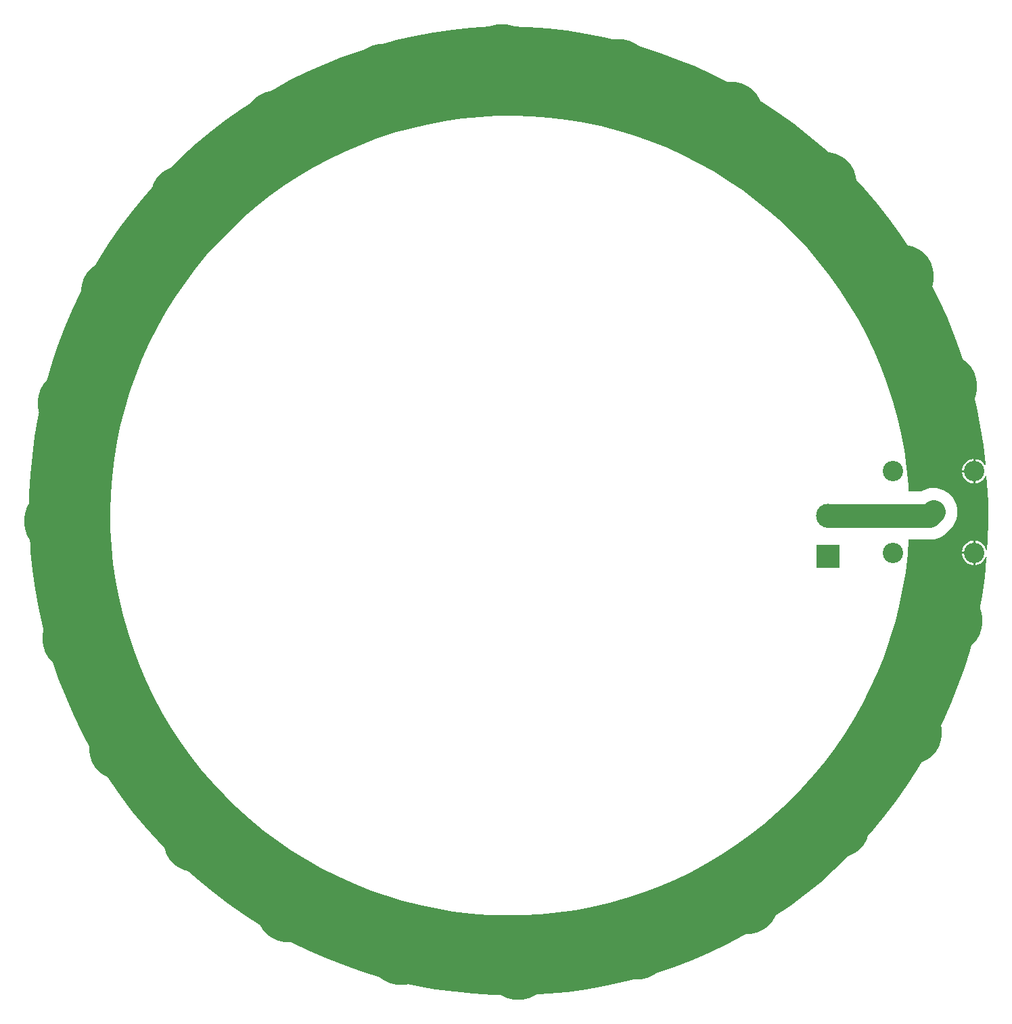
<source format=gtl>
G04*
G04 #@! TF.GenerationSoftware,Altium Limited,Altium Designer,21.0.9 (235)*
G04*
G04 Layer_Physical_Order=1*
G04 Layer_Color=255*
%FSLAX44Y44*%
%MOMM*%
G71*
G04*
G04 #@! TF.SameCoordinates,EB6AEE9D-F0A7-4C1E-96F7-12A61246D342*
G04*
G04*
G04 #@! TF.FilePolarity,Positive*
G04*
G01*
G75*
%ADD10C,3.0000*%
%ADD15C,8.0000*%
%ADD16C,3.0000*%
%ADD17R,3.0000X3.0000*%
%ADD18C,2.5500*%
G36*
X23374Y606661D02*
X47231Y604850D01*
X71000Y602104D01*
X94642Y598428D01*
X118122Y593825D01*
X141403Y588305D01*
X164449Y581875D01*
X187225Y574544D01*
X209695Y566326D01*
X231826Y557231D01*
X253583Y547275D01*
X274932Y536472D01*
X295840Y524840D01*
X316275Y512395D01*
X336206Y499158D01*
X355602Y485148D01*
X374434Y470388D01*
X392671Y454900D01*
X410286Y438708D01*
X427252Y421837D01*
X443542Y404312D01*
X459132Y386162D01*
X473997Y367413D01*
X488114Y348096D01*
X501463Y328239D01*
X514021Y307873D01*
X525770Y287030D01*
X536692Y265742D01*
X546770Y244042D01*
X555988Y221962D01*
X564332Y199538D01*
X571789Y176803D01*
X578347Y153793D01*
X583998Y130543D01*
X588731Y107090D01*
X592540Y83468D01*
X595419Y59716D01*
X595464Y59161D01*
X594225Y58729D01*
X592877Y60747D01*
X590747Y62877D01*
X588242Y64550D01*
X585460Y65702D01*
X582506Y66290D01*
X582270D01*
Y51000D01*
Y35710D01*
X582506D01*
X585460Y36298D01*
X588242Y37450D01*
X590747Y39123D01*
X592877Y41253D01*
X594550Y43758D01*
X595298Y45563D01*
X596589Y45361D01*
X597362Y35868D01*
X598368Y11963D01*
X598402Y-0D01*
X598402Y-0D01*
X598588Y-11677D01*
X598042Y-35026D01*
X597243Y-47775D01*
X595965Y-47861D01*
X595702Y-46540D01*
X594550Y-43758D01*
X592877Y-41253D01*
X590747Y-39123D01*
X588242Y-37450D01*
X585460Y-36298D01*
X582506Y-35710D01*
X582270D01*
Y-51000D01*
Y-66290D01*
X582506D01*
X585460Y-65702D01*
X588242Y-64550D01*
X590747Y-62877D01*
X592877Y-60747D01*
X594550Y-58243D01*
X595451Y-56068D01*
X596705Y-56359D01*
X596581Y-58336D01*
X594205Y-81571D01*
X590919Y-104695D01*
X586728Y-127672D01*
X581638Y-150466D01*
X575657Y-173043D01*
X568794Y-195368D01*
X561060Y-217407D01*
X552467Y-239124D01*
X543028Y-260488D01*
X532757Y-281464D01*
X521671Y-302022D01*
X509786Y-322127D01*
X497121Y-341752D01*
X483695Y-360863D01*
X469530Y-379433D01*
X454646Y-397432D01*
X439067Y-414833D01*
X422817Y-431609D01*
X405920Y-447734D01*
X388404Y-463184D01*
X370295Y-477933D01*
X351621Y-491961D01*
X332410Y-505244D01*
X312693Y-517763D01*
X292499Y-529498D01*
X271860Y-540432D01*
X250808Y-550546D01*
X229375Y-559827D01*
X207594Y-568259D01*
X185499Y-575829D01*
X163123Y-582525D01*
X140503Y-588339D01*
X117671Y-593260D01*
X94663Y-597280D01*
X71516Y-600394D01*
X48264Y-602597D01*
X24944Y-603885D01*
X13267Y-604072D01*
X1437Y-604314D01*
X-22223Y-603869D01*
X-45847Y-602496D01*
X-69400Y-600196D01*
X-92844Y-596973D01*
X-116143Y-592833D01*
X-139262Y-587781D01*
X-162165Y-581825D01*
X-184816Y-574974D01*
X-207181Y-567240D01*
X-229225Y-558633D01*
X-250914Y-549168D01*
X-272215Y-538858D01*
X-293094Y-527721D01*
X-313521Y-515772D01*
X-333462Y-503030D01*
X-352887Y-489515D01*
X-371768Y-475248D01*
X-390073Y-460251D01*
X-407776Y-444547D01*
X-424848Y-428159D01*
X-441264Y-411115D01*
X-456998Y-393438D01*
X-472026Y-375158D01*
X-486325Y-356302D01*
X-499872Y-336899D01*
X-512647Y-316979D01*
X-524630Y-296573D01*
X-535803Y-275712D01*
X-546148Y-254429D01*
X-555650Y-232756D01*
X-564294Y-210726D01*
X-572066Y-188374D01*
X-578954Y-165735D01*
X-584948Y-142842D01*
X-590039Y-119732D01*
X-594219Y-96439D01*
X-597481Y-73001D01*
X-599820Y-49452D01*
X-601233Y-25830D01*
X-601476Y-14000D01*
Y-11990D01*
X-601775Y-124D01*
X-601442Y23612D01*
X-600178Y47318D01*
X-597984Y70955D01*
X-594863Y94488D01*
X-590821Y117880D01*
X-585864Y141095D01*
X-579999Y164098D01*
X-573236Y186853D01*
X-565584Y209325D01*
X-557057Y231479D01*
X-547665Y253281D01*
X-537426Y274698D01*
X-526353Y295696D01*
X-514464Y316244D01*
X-501778Y336308D01*
X-488314Y355859D01*
X-474093Y374867D01*
X-459136Y393302D01*
X-443468Y411135D01*
X-427111Y428339D01*
X-410091Y444888D01*
X-392435Y460756D01*
X-374169Y475918D01*
X-355323Y490352D01*
X-335924Y504034D01*
X-316003Y516945D01*
X-295590Y529063D01*
X-274717Y540371D01*
X-253417Y550850D01*
X-231721Y560485D01*
X-209664Y569261D01*
X-187279Y577164D01*
X-164602Y584183D01*
X-141666Y590305D01*
X-118508Y595522D01*
X-95162Y599827D01*
X-71666Y603211D01*
X-48055Y605670D01*
X-24366Y607200D01*
X-12500Y607500D01*
X-537Y607533D01*
X23374Y606661D01*
D02*
G37*
%LPC*%
G36*
X579730Y66290D02*
X579494D01*
X576540Y65702D01*
X573758Y64550D01*
X571253Y62877D01*
X569123Y60747D01*
X567450Y58243D01*
X566298Y55460D01*
X565710Y52506D01*
Y52270D01*
X579730D01*
Y66290D01*
D02*
G37*
G36*
Y49730D02*
X565710D01*
Y49494D01*
X566298Y46540D01*
X567450Y43758D01*
X569123Y41253D01*
X571253Y39123D01*
X573758Y37450D01*
X576540Y36298D01*
X579494Y35710D01*
X579730D01*
Y49730D01*
D02*
G37*
G36*
X5338Y495694D02*
X-16482Y495450D01*
X-38271Y494256D01*
X-59987Y492112D01*
X-81588Y489022D01*
X-103034Y484994D01*
X-124285Y480034D01*
X-145298Y474152D01*
X-166035Y467358D01*
X-186456Y459667D01*
X-206523Y451092D01*
X-226196Y441650D01*
X-245438Y431359D01*
X-264213Y420238D01*
X-282485Y408309D01*
X-300220Y395595D01*
X-317383Y382119D01*
X-333942Y367907D01*
X-349865Y352986D01*
X-365122Y337385D01*
X-379684Y321133D01*
X-393523Y304262D01*
X-406614Y286803D01*
X-418930Y268789D01*
X-430449Y250256D01*
X-441148Y231237D01*
X-451008Y211770D01*
X-460009Y191892D01*
X-468135Y171640D01*
X-475369Y151053D01*
X-481699Y130169D01*
X-487111Y109030D01*
X-491597Y87674D01*
X-495146Y66143D01*
X-497753Y44478D01*
X-499413Y22720D01*
X-500122Y910D01*
X-500000Y-10000D01*
X-499879Y-20910D01*
X-498684Y-42699D01*
X-496540Y-64415D01*
X-493451Y-86016D01*
X-489422Y-107463D01*
X-484462Y-128713D01*
X-478580Y-149727D01*
X-471786Y-170464D01*
X-464095Y-190885D01*
X-455520Y-210951D01*
X-446078Y-230624D01*
X-435787Y-249866D01*
X-424667Y-268641D01*
X-412738Y-286914D01*
X-400023Y-304648D01*
X-386547Y-321811D01*
X-372335Y-338370D01*
X-357414Y-354293D01*
X-341813Y-369550D01*
X-325561Y-384113D01*
X-308690Y-397952D01*
X-291231Y-411042D01*
X-273218Y-423358D01*
X-254684Y-434877D01*
X-235666Y-445577D01*
X-216199Y-455437D01*
X-196320Y-464438D01*
X-176068Y-472563D01*
X-155481Y-479798D01*
X-134598Y-486127D01*
X-113458Y-491540D01*
X-92102Y-496025D01*
X-70572Y-499575D01*
X-48907Y-502182D01*
X-27148Y-503841D01*
X-5338Y-504550D01*
X16482Y-504307D01*
X38270Y-503112D01*
X59986Y-500968D01*
X81588Y-497879D01*
X103034Y-493851D01*
X124285Y-488891D01*
X145298Y-483008D01*
X166035Y-476215D01*
X186456Y-468523D01*
X206522Y-459949D01*
X226195Y-450507D01*
X245438Y-440216D01*
X264213Y-429095D01*
X282485Y-417166D01*
X300220Y-404451D01*
X317383Y-390975D01*
X333941Y-376763D01*
X349865Y-361843D01*
X365122Y-346241D01*
X379684Y-329990D01*
X393523Y-313118D01*
X406614Y-295659D01*
X418930Y-277646D01*
X430449Y-259112D01*
X441148Y-240094D01*
X451008Y-220627D01*
X460009Y-200749D01*
X468135Y-180496D01*
X475369Y-159909D01*
X481699Y-139026D01*
X487111Y-117886D01*
X491596Y-96531D01*
X495146Y-75000D01*
X497753Y-53335D01*
X499175Y-34693D01*
X525400D01*
X525400Y-34693D01*
X530108Y-34322D01*
X534699Y-33220D01*
X539062Y-31413D01*
X543088Y-28946D01*
X546679Y-25879D01*
X551279Y-21279D01*
X554346Y-17688D01*
X556813Y-13662D01*
X558620Y-9299D01*
X559722Y-4708D01*
X560093Y0D01*
X559722Y4708D01*
X558620Y9299D01*
X556813Y13662D01*
X554346Y17688D01*
X551279Y21279D01*
X547688Y24346D01*
X543662Y26813D01*
X539299Y28620D01*
X534707Y29722D01*
X530000Y30093D01*
X525292Y29722D01*
X520701Y28620D01*
X516338Y26813D01*
X514184Y25493D01*
X499141D01*
X498684Y33842D01*
X496540Y55558D01*
X493451Y77160D01*
X489422Y98606D01*
X484462Y119856D01*
X478580Y140870D01*
X471786Y161607D01*
X464095Y182028D01*
X455520Y202094D01*
X446078Y221767D01*
X435787Y241010D01*
X424666Y259785D01*
X412738Y278057D01*
X400023Y295791D01*
X386547Y312954D01*
X372335Y329513D01*
X357414Y345437D01*
X341813Y360694D01*
X325561Y375256D01*
X308690Y389095D01*
X291231Y402186D01*
X273217Y414502D01*
X254684Y426021D01*
X235665Y436720D01*
X216199Y446580D01*
X196320Y455581D01*
X176068Y463707D01*
X155481Y470941D01*
X134597Y477271D01*
X113458Y482683D01*
X92102Y487169D01*
X70571Y490718D01*
X48906Y493325D01*
X27148Y494985D01*
X5338Y495694D01*
D02*
G37*
G36*
X579730Y-35710D02*
X579494D01*
X576540Y-36298D01*
X573758Y-37450D01*
X571253Y-39123D01*
X569123Y-41253D01*
X567450Y-43758D01*
X566298Y-46540D01*
X565710Y-49494D01*
Y-49730D01*
X579730D01*
Y-35710D01*
D02*
G37*
G36*
Y-52270D02*
X565710D01*
Y-52506D01*
X566298Y-55460D01*
X567450Y-58243D01*
X569123Y-60747D01*
X571253Y-62877D01*
X573758Y-64550D01*
X576540Y-65702D01*
X579494Y-66290D01*
X579730D01*
Y-52270D01*
D02*
G37*
%LPD*%
D10*
X525400Y-4600D02*
X530000Y0D01*
X398250Y-4600D02*
X525400D01*
D15*
X410158Y-392070D02*
D03*
X158489Y-545138D02*
D03*
X-135911Y-551661D02*
D03*
X-393533Y-409797D02*
D03*
X-545421Y-157728D02*
D03*
X-550637Y135574D02*
D03*
X-409797Y393533D02*
D03*
X-158129Y545708D02*
D03*
X135911Y551661D02*
D03*
X393533Y409798D02*
D03*
X544199Y157287D02*
D03*
X551661Y-135911D02*
D03*
X276340Y498634D02*
D03*
X490594Y294361D02*
D03*
X500594Y-275639D02*
D03*
X295620Y-487933D02*
D03*
X10000Y-570000D02*
D03*
X-276340Y-498634D02*
D03*
X-486675Y-295161D02*
D03*
X-568040Y-11501D02*
D03*
X-496675Y274839D02*
D03*
X-291700Y487134D02*
D03*
X-10000Y570000D02*
D03*
D16*
X398250Y-4600D02*
D03*
D17*
Y-55400D02*
D03*
D18*
X581000Y-51000D02*
D03*
Y51000D02*
D03*
X479000D02*
D03*
Y-51000D02*
D03*
X530000Y0D02*
D03*
M02*

</source>
